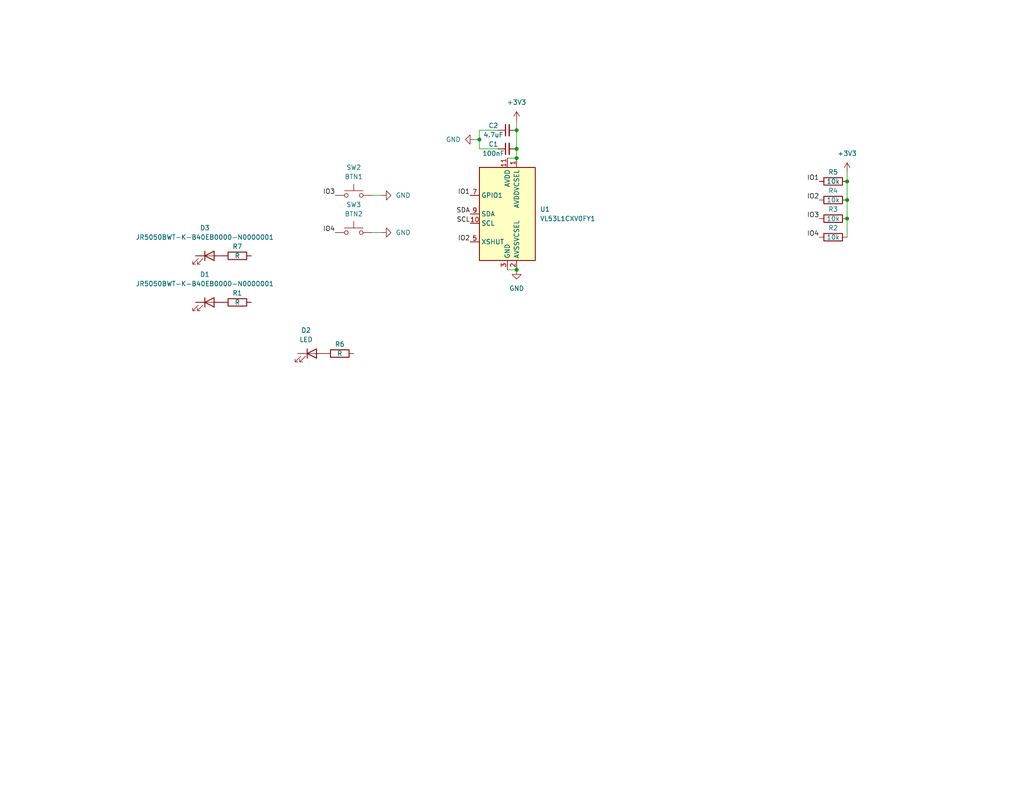
<source format=kicad_sch>
(kicad_sch (version 20230121) (generator eeschema)
  (paper "USLetter")
  (lib_symbols
    (symbol "Device:C_Small" (pin_numbers hide) (pin_names (offset 0.254) hide)
      (property "Reference" "C" (at 0.254 1.778 0))
      (property "Value" "C_Small" (at 0.254 -2.032 0))
      (symbol "C_Small_0_1"
        (polyline (pts (xy -1.524 -0.508) (xy 1.524 -0.508)) (stroke (width 0.3302)))
        (polyline (pts (xy -1.524 0.508) (xy 1.524 0.508)) (stroke (width 0.3048)))
      )
      (symbol "C_Small_1_1"
        (pin passive line (at 0 2.54 270) (length 2.032) (name "~") (number "1"))
        (pin passive line (at 0 -2.54 90) (length 2.032) (name "~") (number "2"))
      )
    )
    (symbol "Device:LED" (pin_numbers hide) (pin_names (offset 1.016) hide)
      (property "Reference" "D" (at 0 2.54 0))
      (property "Value" "LED" (at 0 -2.54 0))
      (symbol "LED_0_1"
        (polyline (pts (xy -1.27 -1.27) (xy -1.27 1.27)) (stroke (width 0.254)))
        (polyline (pts (xy -1.27 0) (xy 1.27 0)))
        (polyline (pts (xy 1.27 -1.27) (xy 1.27 1.27) (xy -1.27 0) (xy 1.27 -1.27)) (stroke (width 0.254)))
        (polyline (pts (xy -3.048 -0.762) (xy -4.572 -2.286) (xy -3.81 -2.286) (xy -4.572 -2.286) (xy -4.572 -1.524)))
        (polyline (pts (xy -1.778 -0.762) (xy -3.302 -2.286) (xy -2.54 -2.286) (xy -3.302 -2.286) (xy -3.302 -1.524)))
      )
      (symbol "LED_1_1"
        (pin passive line (at -3.81 0 0) (length 2.54) (name "K") (number "1"))
        (pin passive line (at 3.81 0 180) (length 2.54) (name "A") (number "2"))
      )
    )
    (symbol "Device:R" (pin_numbers hide) (pin_names (offset 0))
      (property "Reference" "R" (at 2.032 0 90))
      (property "Value" "R" (at 0 0 90))
      (symbol "R_0_1"
        (rectangle (start -1.016 -2.54) (end 1.016 2.54) (stroke (width 0.254)))
      )
      (symbol "R_1_1"
        (pin passive line (at 0 3.81 270) (length 1.27) (name "~") (number "1"))
        (pin passive line (at 0 -3.81 90) (length 1.27) (name "~") (number "2"))
      )
    )
    (symbol "Sensor_Distance:VL53L1CXV0FY1"
      (property "Reference" "U" (at -6.35 13.97 0))
      (property "Value" "VL53L1CXV0FY1" (at 12.065 13.97 0))
      (symbol "VL53L1CXV0FY1_0_1"
        (rectangle (start -7.62 12.7) (end 7.62 -12.7) (stroke (width 0.254)) (fill (type background)))
      )
      (symbol "VL53L1CXV0FY1_1_1"
        (pin power_in line (at 2.54 15.24 270) (length 2.54) (name "AVDDVCSEL") (number "1"))
        (pin input line (at -10.16 -2.54 0) (length 2.54) (name "SCL") (number "10"))
        (pin power_in line (at 0 15.24 270) (length 2.54) (name "AVDD") (number "11"))
        (pin passive line (at 0 -15.24 90) (length 2.54) hide (name "GND") (number "12"))
        (pin power_in line (at 2.54 -15.24 90) (length 2.54) (name "AVSSVCSEL") (number "2"))
        (pin power_in line (at 0 -15.24 90) (length 2.54) (name "GND") (number "3"))
        (pin passive line (at 0 -15.24 90) (length 2.54) hide (name "GND") (number "4"))
        (pin input line (at -10.16 -7.62 0) (length 2.54) (name "XSHUT") (number "5"))
        (pin passive line (at 0 -15.24 90) (length 2.54) hide (name "GND") (number "6"))
        (pin open_collector line (at -10.16 5.08 0) (length 2.54) (name "GPIO1") (number "7"))
        (pin no_connect line (at -7.62 7.62 0) (length 2.54) hide (name "DNC") (number "8"))
        (pin bidirectional line (at -10.16 0 0) (length 2.54) (name "SDA") (number "9"))
      )
    )
    (symbol "Switch:SW_Push" (pin_numbers hide) (pin_names (offset 1.016) hide)
      (property "Reference" "SW" (at 1.27 2.54 0))
      (property "Value" "SW_Push" (at 0 -1.524 0))
      (symbol "SW_Push_0_1"
        (circle (center -2.032 0) (radius 0.508))
        (polyline (pts (xy 0 1.27) (xy 0 3.048)))
        (polyline (pts (xy 2.54 1.27) (xy -2.54 1.27)))
        (circle (center 2.032 0) (radius 0.508))
        (pin passive line (at -5.08 0 0) (length 2.54) (name "1") (number "1"))
        (pin passive line (at 5.08 0 180) (length 2.54) (name "2") (number "2"))
      )
    )
    (symbol "power:+3V3" (power) (pin_names (offset 0))
      (property "Value" "+3V3" (at 0 3.556 0))
      (symbol "+3V3_0_1"
        (polyline (pts (xy -0.762 1.27) (xy 0 2.54)))
        (polyline (pts (xy 0 0) (xy 0 2.54)))
        (polyline (pts (xy 0 2.54) (xy 0.762 1.27)))
      )
      (symbol "+3V3_1_1"
        (pin power_in line (at 0 0 90) (length 0) hide (name "+3V3") (number "1"))
      )
    )
    (symbol "power:GND" (power) (pin_names (offset 0))
      (property "Value" "GND" (at 0 -3.81 0))
      (symbol "GND_0_1"
        (polyline (pts (xy 0 0) (xy 0 -1.27) (xy 1.27 -1.27) (xy 0 -2.54) (xy -1.27 -1.27) (xy 0 -1.27)))
      )
      (symbol "GND_1_1"
        (pin power_in line (at 0 0 270) (length 0) hide (name "GND") (number "1"))
      )
    )
  )
  (junction (at 140.97 40.64))
  (junction (at 231.14 59.69))
  (junction (at 140.97 43.18))
  (junction (at 231.14 54.61))
  (junction (at 140.97 73.66))
  (junction (at 140.97 35.56))
  (junction (at 130.81 38.1))
  (junction (at 231.14 49.53))
  (wire (pts (xy 130.81 40.64) (xy 130.81 38.1)))
  (wire (pts (xy 231.14 46.99) (xy 231.14 49.53)))
  (wire (pts (xy 140.97 40.64) (xy 140.97 43.18)))
  (wire (pts (xy 104.14 53.34) (xy 101.6 53.34)))
  (wire (pts (xy 231.14 49.53) (xy 231.14 54.61)))
  (wire (pts (xy 129.54 38.1) (xy 130.81 38.1)))
  (wire (pts (xy 140.97 35.56) (xy 140.97 40.64)))
  (wire (pts (xy 231.14 54.61) (xy 231.14 59.69)))
  (wire (pts (xy 135.89 40.64) (xy 130.81 40.64)))
  (wire (pts (xy 130.81 35.56) (xy 135.89 35.56)))
  (wire (pts (xy 231.14 59.69) (xy 231.14 64.77)))
  (wire (pts (xy 130.81 38.1) (xy 130.81 35.56)))
  (wire (pts (xy 138.43 73.66) (xy 140.97 73.66)))
  (wire (pts (xy 138.43 43.18) (xy 140.97 43.18)))
  (wire (pts (xy 140.97 33.02) (xy 140.97 35.56)))
  (wire (pts (xy 104.14 63.5) (xy 101.6 63.5)))
  (label "IO2" (at 128.27 66.04 180))
  (label "IO2" (at 223.52 54.61 180))
  (label "SDA" (at 128.27 58.42 180))
  (label "IO1" (at 128.27 53.34 180))
  (label "IO3" (at 91.44 53.34 180))
  (label "IO4" (at 91.44 63.5 180))
  (label "IO3" (at 223.52 59.69 180))
  (label "IO4" (at 223.52 64.77 180))
  (label "IO1" (at 223.52 49.53 180))
  (label "SCL" (at 128.27 60.96 180))
  (symbol (lib_id "Device:R") (at 227.33 54.61 90) (unit 1)
    (property "Reference" "R4" (at 227.33 52.07 90))
    (property "Value" "10k" (at 227.33 54.61 90))
  )
  (symbol (lib_id "power:+3V3") (at 140.97 33.02 0) (unit 1)
    (property "Reference" "#PWR02" (effects hide))
    (property "Value" "+3V3" (at 140.97 27.94 0))
  )
  (symbol (lib_id "Device:R") (at 227.33 59.69 90) (unit 1)
    (property "Reference" "R3" (at 227.33 57.15 90))
    (property "Value" "10k" (at 227.33 59.69 90))
  )
  (symbol (lib_id "Device:LED") (at 57.15 82.55 0) (unit 1)
    (property "Reference" "D1" (at 55.88 74.93 0))
    (property "Value" "JR5050BWT-K-B40EB0000-N0000001" (at 55.88 77.47 0))
    (property "Datasheet" "https://www.digikey.com/en/products/detail/creeled-inc/JR5050BWT-K-B40EB0000-N0000001/14554787" (effects hide))
  )
  (symbol (lib_id "Switch:SW_Push") (at 96.52 63.5 0) (unit 1)
    (property "Reference" "SW3" (at 96.52 55.88 0))
    (property "Value" "BTN2" (at 96.52 58.42 0))
  )
  (symbol (lib_id "Device:LED") (at 85.09 96.52 0) (unit 1)
    (property "Reference" "D2" (at 83.5025 90.17 0))
    (property "Value" "LED" (at 83.5025 92.71 0))
  )
  (symbol (lib_id "Device:R") (at 64.77 69.85 90) (unit 1)
    (property "Reference" "R7" (at 64.77 67.31 90))
    (property "Value" "R" (at 64.77 69.85 90))
  )
  (symbol (lib_id "power:GND") (at 104.14 63.5 90) (unit 1)
    (property "Reference" "#PWR05" (effects hide))
    (property "Value" "GND" (at 107.95 63.5 90) (effects (justify right)))
  )
  (symbol (lib_id "Device:C_Small") (at 138.43 35.56 90) (unit 1)
    (property "Reference" "C2" (at 134.62 34.29 90))
    (property "Value" "4.7uF" (at 134.62 36.83 90))
  )
  (symbol (lib_id "Device:R") (at 227.33 64.77 90) (unit 1)
    (property "Reference" "R2" (at 227.33 62.23 90))
    (property "Value" "10k" (at 227.33 64.77 90))
  )
  (symbol (lib_id "Device:R") (at 92.71 96.52 90) (unit 1)
    (property "Reference" "R6" (at 92.71 93.98 90))
    (property "Value" "R" (at 92.71 96.52 90))
  )
  (symbol (lib_id "Switch:SW_Push") (at 96.52 53.34 0) (unit 1)
    (property "Reference" "SW2" (at 96.52 45.72 0))
    (property "Value" "BTN1" (at 96.52 48.26 0))
  )
  (symbol (lib_id "Sensor_Distance:VL53L1CXV0FY1") (at 138.43 58.42 0) (unit 1)
    (property "Reference" "U1" (at 147.32 57.15 0) (effects (justify left)))
    (property "Value" "VL53L1CXV0FY1" (at 147.32 59.69 0) (effects (justify left)))
    (property "Footprint" "Sensor_Distance:ST_VL53L1x" (effects hide))
    (property "Datasheet" "https://www.st.com/resource/en/datasheet/vl53l1x.pdf" (effects hide))
  )
  (symbol (lib_id "Device:R") (at 64.77 82.55 90) (unit 1)
    (property "Reference" "R1" (at 64.77 80.01 90))
    (property "Value" "R" (at 64.77 82.55 90))
  )
  (symbol (lib_id "Device:C_Small") (at 138.43 40.64 90) (unit 1)
    (property "Reference" "C1" (at 134.62 39.37 90))
    (property "Value" "100nF" (at 134.62 41.91 90))
  )
  (symbol (lib_id "power:GND") (at 129.54 38.1 270) (unit 1)
    (property "Reference" "#PWR03" (effects hide))
    (property "Value" "GND" (at 125.73 38.1 90) (effects (justify right)))
  )
  (symbol (lib_id "Device:LED") (at 57.15 69.85 0) (unit 1)
    (property "Reference" "D3" (at 55.88 62.23 0))
    (property "Value" "JR5050BWT-K-B40EB0000-N0000001" (at 55.88 64.77 0))
    (property "Datasheet" "https://www.digikey.com/en/products/detail/creeled-inc/JR5050BWT-K-B40EB0000-N0000001/14554787" (effects hide))
  )
  (symbol (lib_id "power:GND") (at 140.97 73.66 0) (unit 1)
    (property "Reference" "#PWR01" (effects hide))
    (property "Value" "GND" (at 140.97 78.74 0))
  )
  (symbol (lib_id "power:+3V3") (at 231.14 46.99 0) (unit 1)
    (property "Reference" "#PWR07" (effects hide))
    (property "Value" "+3V3" (at 231.14 41.91 0))
  )
  (symbol (lib_id "Device:R") (at 227.33 49.53 90) (unit 1)
    (property "Reference" "R5" (at 227.33 46.99 90))
    (property "Value" "10k" (at 227.33 49.53 90))
  )
  (symbol (lib_id "power:GND") (at 104.14 53.34 90) (unit 1)
    (property "Reference" "#PWR04" (effects hide))
    (property "Value" "GND" (at 107.95 53.34 90) (effects (justify right)))
  )
)
</source>
